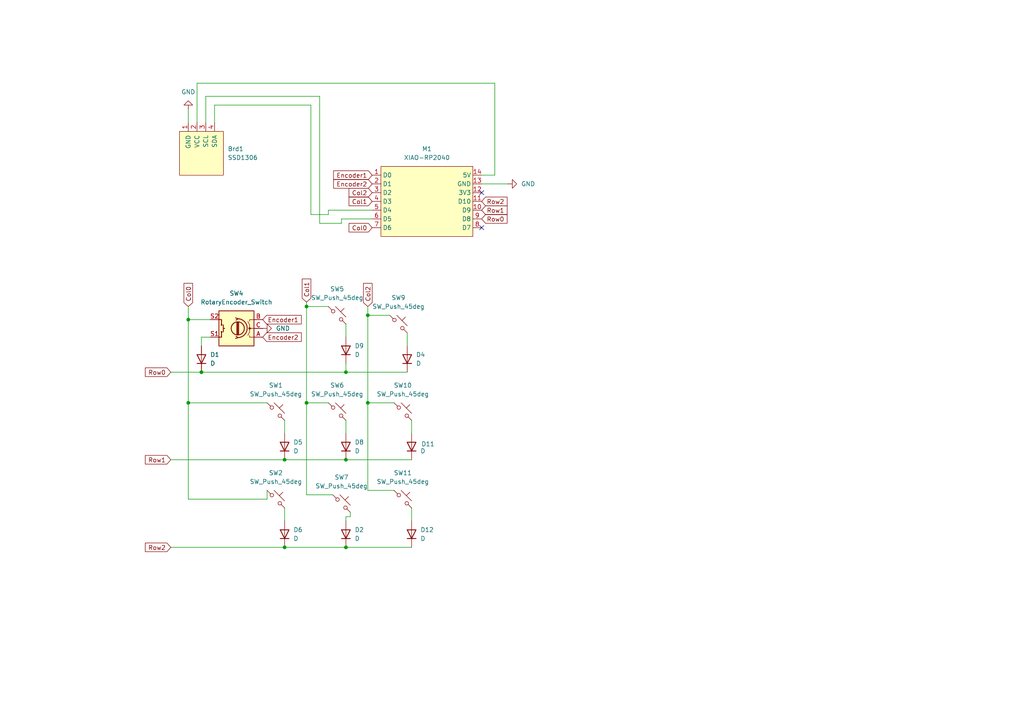
<source format=kicad_sch>
(kicad_sch (version 20231120) (generator "eeschema") (generator_version "8.0")
  (paper "A4")
  (lib_symbols
    (symbol "CustomParts:SSD1306" (pin_names (offset 1.016))
      (property "Reference" "Brd" (at 0 -3.81 0))
      (property "Value" "SSD1306" (at 0 -1.27 0))
      (symbol "SSD1306_0_1"
        (rectangle (start -6.35 6.35) (end 6.35 -6.35) (fill (type background)))
      )
      (symbol "SSD1306_1_1"
        (pin input line (at -3.81 8.89 270) (length 2.54) (name "GND") (number "1"))
        (pin input line (at -1.27 8.89 270) (length 2.54) (name "VCC") (number "2"))
        (pin input line (at 1.27 8.89 270) (length 2.54) (name "SCL") (number "3"))
        (pin input line (at 3.81 8.89 270) (length 2.54) (name "SDA") (number "4"))
      )
    )
    (symbol "CustomParts:XIAO-RP2040"
      (property "Reference" "M" (at 0 0 0))
      (property "Value" "XIAO-RP2040" (at 0 2.54 0))
      (symbol "XIAO-RP2040_0_1"
        (rectangle (start -12.7 10.16) (end 13.97 -10.16) (fill (type background)))
      )
      (symbol "XIAO-RP2040_1_1"
        (pin bidirectional line (at -15.24 7.62 0) (length 2.54) (name "D0") (number "1"))
        (pin bidirectional line (at 16.51 -2.54 180) (length 2.54) (name "D9") (number "10"))
        (pin bidirectional line (at 16.51 0 180) (length 2.54) (name "D10") (number "11"))
        (pin unspecified line (at 16.51 2.54 180) (length 2.54) (name "3V3") (number "12"))
        (pin unspecified line (at 16.51 5.08 180) (length 2.54) (name "GND") (number "13"))
        (pin unspecified line (at 16.51 7.62 180) (length 2.54) (name "5V") (number "14"))
        (pin bidirectional line (at -15.24 5.08 0) (length 2.54) (name "D1") (number "2"))
        (pin bidirectional line (at -15.24 2.54 0) (length 2.54) (name "D2") (number "3"))
        (pin bidirectional line (at -15.24 0 0) (length 2.54) (name "D3") (number "4"))
        (pin bidirectional line (at -15.24 -2.54 0) (length 2.54) (name "D4") (number "5"))
        (pin bidirectional line (at -15.24 -5.08 0) (length 2.54) (name "D5") (number "6"))
        (pin bidirectional line (at -15.24 -7.62 0) (length 2.54) (name "D6") (number "7"))
        (pin bidirectional line (at 16.51 -7.62 180) (length 2.54) (name "D7") (number "8"))
        (pin bidirectional line (at 16.51 -5.08 180) (length 2.54) (name "D8") (number "9"))
      )
    )
    (symbol "D_1" (pin_numbers hide) (pin_names (offset 1.016) hide)
      (property "Reference" "D6" (at 1.2701 -2.54 90))
      (property "Value" "D" (at -1.2699 -2.54 90))
      (symbol "D_1_0_1"
        (polyline (pts (xy -1.27 1.27) (xy -1.27 -1.27)) (stroke (width 0.254)))
        (polyline (pts (xy 1.27 0) (xy -1.27 0)))
        (polyline (pts (xy 1.27 1.27) (xy 1.27 -1.27) (xy -1.27 0) (xy 1.27 1.27)) (stroke (width 0.254)))
      )
      (symbol "D_1_1_1"
        (pin passive line (at -3.81 0 0) (length 2.54) (name "K") (number "1"))
        (pin passive line (at 3.81 0 180) (length 2.54) (name "A") (number "2"))
      )
    )
    (symbol "Device:D" (pin_numbers hide) (pin_names (offset 1.016) hide)
      (property "Reference" "D" (at 0 2.54 0))
      (property "Value" "D" (at 0 -2.54 0))
      (symbol "D_0_1"
        (polyline (pts (xy -1.27 1.27) (xy -1.27 -1.27)) (stroke (width 0.254)))
        (polyline (pts (xy 1.27 0) (xy -1.27 0)))
        (polyline (pts (xy 1.27 1.27) (xy 1.27 -1.27) (xy -1.27 0) (xy 1.27 1.27)) (stroke (width 0.254)))
      )
      (symbol "D_1_1"
        (pin passive line (at -3.81 0 0) (length 2.54) (name "K") (number "1"))
        (pin passive line (at 3.81 0 180) (length 2.54) (name "A") (number "2"))
      )
    )
    (symbol "Device:RotaryEncoder_Switch" (pin_names (offset 0.254) hide)
      (property "Reference" "SW" (at 0 6.604 0))
      (property "Value" "RotaryEncoder_Switch" (at 0 -6.604 0))
      (symbol "RotaryEncoder_Switch_0_1"
        (rectangle (start -5.08 5.08) (end 5.08 -5.08) (stroke (width 0.254)) (fill (type background)))
        (circle (center -3.81 0) (radius 0.254) (fill (type outline)))
        (circle (center -0.381 0) (radius 1.905) (stroke (width 0.254)))
        (arc (start -0.381 2.667) (mid -3.0988 -0.0635) (end -0.381 -2.794) (stroke (width 0.254)))
        (polyline (pts (xy -0.635 -1.778) (xy -0.635 1.778)) (stroke (width 0.254)))
        (polyline (pts (xy -0.381 -1.778) (xy -0.381 1.778)) (stroke (width 0.254)))
        (polyline (pts (xy -0.127 1.778) (xy -0.127 -1.778)) (stroke (width 0.254)))
        (polyline (pts (xy 3.81 0) (xy 3.429 0)) (stroke (width 0.254)))
        (polyline (pts (xy 3.81 1.016) (xy 3.81 -1.016)) (stroke (width 0.254)))
        (polyline (pts (xy -5.08 -2.54) (xy -3.81 -2.54) (xy -3.81 -2.032)))
        (polyline (pts (xy -5.08 2.54) (xy -3.81 2.54) (xy -3.81 2.032)))
        (polyline (pts (xy 0.254 -3.048) (xy -0.508 -2.794) (xy 0.127 -2.413)) (stroke (width 0.254)))
        (polyline (pts (xy 0.254 2.921) (xy -0.508 2.667) (xy 0.127 2.286)) (stroke (width 0.254)))
        (polyline (pts (xy 5.08 -2.54) (xy 4.318 -2.54) (xy 4.318 -1.016)) (stroke (width 0.254)))
        (polyline (pts (xy 5.08 2.54) (xy 4.318 2.54) (xy 4.318 1.016)) (stroke (width 0.254)))
        (polyline (pts (xy -5.08 0) (xy -3.81 0) (xy -3.81 -1.016) (xy -3.302 -2.032)))
        (polyline (pts (xy -4.318 0) (xy -3.81 0) (xy -3.81 1.016) (xy -3.302 2.032)))
        (circle (center 4.318 -1.016) (radius 0.127) (stroke (width 0.254)))
        (circle (center 4.318 1.016) (radius 0.127) (stroke (width 0.254)))
      )
      (symbol "RotaryEncoder_Switch_1_1"
        (pin passive line (at -7.62 2.54 0) (length 2.54) (name "A") (number "A"))
        (pin passive line (at -7.62 -2.54 0) (length 2.54) (name "B") (number "B"))
        (pin passive line (at -7.62 0 0) (length 2.54) (name "C") (number "C"))
        (pin passive line (at 7.62 2.54 180) (length 2.54) (name "S1") (number "S1"))
        (pin passive line (at 7.62 -2.54 180) (length 2.54) (name "S2") (number "S2"))
      )
    )
    (symbol "Switch:SW_Push_45deg" (pin_numbers hide) (pin_names (offset 1.016) hide)
      (property "Reference" "SW" (at 3.048 1.016 0))
      (property "Value" "SW_Push_45deg" (at 0 -3.81 0))
      (symbol "SW_Push_45deg_0_1"
        (circle (center -1.1684 1.1684) (radius 0.508))
        (polyline (pts (xy -0.508 2.54) (xy 2.54 -0.508)))
        (polyline (pts (xy 1.016 1.016) (xy 2.032 2.032)))
        (polyline (pts (xy -2.54 2.54) (xy -1.524 1.524) (xy -1.524 1.524)))
        (polyline (pts (xy 1.524 -1.524) (xy 2.54 -2.54) (xy 2.54 -2.54) (xy 2.54 -2.54)))
        (circle (center 1.143 -1.1938) (radius 0.508))
        (pin passive line (at -2.54 2.54 0) (length 0) (name "1") (number "1"))
        (pin passive line (at 2.54 -2.54 180) (length 0) (name "2") (number "2"))
      )
    )
    (symbol "power:GND" (power) (pin_numbers hide) (pin_names (offset 0) hide)
      (property "Value" "GND" (at 0 -3.81 0))
      (symbol "GND_0_1"
        (polyline (pts (xy 0 0) (xy 0 -1.27) (xy 1.27 -1.27) (xy 0 -2.54) (xy -1.27 -1.27) (xy 0 -1.27)))
      )
      (symbol "GND_1_1"
        (pin power_in line (at 0 0 270) (length 0) (name "~") (number "1"))
      )
    )
  )
  (junction (at 82.55 133.35))
  (junction (at 106.68 116.84))
  (junction (at 100.33 133.35))
  (junction (at 82.55 158.75))
  (junction (at 54.61 92.71))
  (junction (at 54.61 116.84))
  (junction (at 88.9 88.9))
  (junction (at 100.33 107.95))
  (junction (at 88.9 116.84))
  (junction (at 100.33 158.75))
  (junction (at 58.42 107.95))
  (junction (at 106.68 91.44))
  (no_connect (at 139.7 55.88))
  (no_connect (at 139.7 66.04))
  (wire (pts (xy 99.06 63.5) (xy 107.95 63.5)))
  (wire (pts (xy 119.38 133.35) (xy 100.33 133.35)))
  (wire (pts (xy 100.33 121.92) (xy 100.33 125.73)))
  (wire (pts (xy 143.51 50.8) (xy 139.7 50.8)))
  (wire (pts (xy 82.55 121.92) (xy 82.55 125.73)))
  (wire (pts (xy 100.33 158.75) (xy 119.38 158.75)))
  (wire (pts (xy 54.61 92.71) (xy 54.61 116.84)))
  (wire (pts (xy 139.7 53.34) (xy 147.32 53.34)))
  (wire (pts (xy 54.61 116.84) (xy 54.61 144.78)))
  (wire (pts (xy 88.9 116.84) (xy 88.9 143.51)))
  (wire (pts (xy 49.53 107.95) (xy 58.42 107.95)))
  (wire (pts (xy 58.42 97.79) (xy 58.42 100.33)))
  (wire (pts (xy 58.42 107.95) (xy 100.33 107.95)))
  (wire (pts (xy 88.9 88.9) (xy 88.9 116.84)))
  (wire (pts (xy 100.33 107.95) (xy 118.11 107.95)))
  (wire (pts (xy 100.33 149.86) (xy 101.6 149.86)))
  (wire (pts (xy 49.53 133.35) (xy 82.55 133.35)))
  (wire (pts (xy 106.68 88.9) (xy 106.68 91.44)))
  (wire (pts (xy 54.61 116.84) (xy 77.47 116.84)))
  (wire (pts (xy 92.71 64.77) (xy 99.06 64.77)))
  (wire (pts (xy 95.25 60.96) (xy 107.95 60.96)))
  (wire (pts (xy 119.38 147.32) (xy 119.38 151.13)))
  (wire (pts (xy 100.33 149.86) (xy 100.33 151.13)))
  (wire (pts (xy 118.11 96.52) (xy 118.11 100.33)))
  (wire (pts (xy 96.52 143.51) (xy 88.9 143.51)))
  (wire (pts (xy 99.06 64.77) (xy 99.06 63.5)))
  (wire (pts (xy 60.96 97.79) (xy 58.42 97.79)))
  (wire (pts (xy 106.68 116.84) (xy 106.68 142.24)))
  (wire (pts (xy 143.51 24.13) (xy 57.15 24.13)))
  (wire (pts (xy 59.69 27.94) (xy 59.69 35.56)))
  (wire (pts (xy 88.9 116.84) (xy 95.25 116.84)))
  (wire (pts (xy 57.15 24.13) (xy 57.15 35.56)))
  (wire (pts (xy 88.9 87.63) (xy 88.9 88.9)))
  (wire (pts (xy 90.17 30.48) (xy 62.23 30.48)))
  (wire (pts (xy 82.55 158.75) (xy 100.33 158.75)))
  (wire (pts (xy 106.68 142.24) (xy 114.3 142.24)))
  (wire (pts (xy 90.17 62.23) (xy 90.17 30.48)))
  (wire (pts (xy 106.68 116.84) (xy 114.3 116.84)))
  (wire (pts (xy 62.23 30.48) (xy 62.23 35.56)))
  (wire (pts (xy 92.71 64.77) (xy 92.71 27.94)))
  (wire (pts (xy 101.6 149.86) (xy 101.6 148.59)))
  (wire (pts (xy 100.33 97.79) (xy 100.33 93.98)))
  (wire (pts (xy 90.17 62.23) (xy 95.25 62.23)))
  (wire (pts (xy 49.53 158.75) (xy 82.55 158.75)))
  (wire (pts (xy 100.33 105.41) (xy 100.33 107.95)))
  (wire (pts (xy 77.47 144.78) (xy 77.47 142.24)))
  (wire (pts (xy 54.61 31.75) (xy 54.61 35.56)))
  (wire (pts (xy 106.68 91.44) (xy 106.68 116.84)))
  (wire (pts (xy 54.61 92.71) (xy 60.96 92.71)))
  (wire (pts (xy 54.61 88.9) (xy 54.61 92.71)))
  (wire (pts (xy 106.68 91.44) (xy 113.03 91.44)))
  (wire (pts (xy 100.33 133.35) (xy 82.55 133.35)))
  (wire (pts (xy 82.55 147.32) (xy 82.55 151.13)))
  (wire (pts (xy 95.25 62.23) (xy 95.25 60.96)))
  (wire (pts (xy 54.61 144.78) (xy 77.47 144.78)))
  (wire (pts (xy 119.38 121.92) (xy 119.38 125.73)))
  (wire (pts (xy 143.51 24.13) (xy 143.51 50.8)))
  (wire (pts (xy 95.25 88.9) (xy 88.9 88.9)))
  (wire (pts (xy 92.71 27.94) (xy 59.69 27.94)))
  (global_label "Encoder2" (shape input) (at 107.95 53.34 180) (property "Intersheetrefs" "${INTERSHEET_REFS}" (effects (hide yes))))
  (global_label "Col2" (shape input) (at 107.95 55.88 180) (property "Intersheetrefs" "${INTERSHEET_REFS}" (effects (hide yes))))
  (global_label "Encoder1" (shape input) (at 107.95 50.8 180) (property "Intersheetrefs" "${INTERSHEET_REFS}" (effects (hide yes))))
  (global_label "Encoder2" (shape input) (at 76.2 97.79 0) (property "Intersheetrefs" "${INTERSHEET_REFS}" (effects (hide yes))))
  (global_label "Row1" (shape input) (at 49.53 133.35 180) (property "Intersheetrefs" "${INTERSHEET_REFS}" (effects (hide yes))))
  (global_label "Row0" (shape input) (at 49.53 107.95 180) (property "Intersheetrefs" "${INTERSHEET_REFS}" (effects (hide yes))))
  (global_label "Row2" (shape input) (at 139.7 58.42 0) (property "Intersheetrefs" "${INTERSHEET_REFS}" (effects (hide yes))))
  (global_label "Col2" (shape input) (at 106.68 88.9 90) (property "Intersheetrefs" "${INTERSHEET_REFS}" (effects (hide yes))))
  (global_label "Col0" (shape input) (at 54.61 88.9 90) (property "Intersheetrefs" "${INTERSHEET_REFS}" (effects (hide yes))))
  (global_label "Row0" (shape input) (at 139.7 63.5 0) (property "Intersheetrefs" "${INTERSHEET_REFS}" (effects (hide yes))))
  (global_label "Row2" (shape input) (at 49.53 158.75 180) (property "Intersheetrefs" "${INTERSHEET_REFS}" (effects (hide yes))))
  (global_label "Col0" (shape input) (at 107.95 66.04 180) (property "Intersheetrefs" "${INTERSHEET_REFS}" (effects (hide yes))))
  (global_label "Col1" (shape input) (at 107.95 58.42 180) (property "Intersheetrefs" "${INTERSHEET_REFS}" (effects (hide yes))))
  (global_label "Row1" (shape input) (at 139.7 60.96 0) (property "Intersheetrefs" "${INTERSHEET_REFS}" (effects (hide yes))))
  (global_label "Col1" (shape input) (at 88.9 87.63 90) (property "Intersheetrefs" "${INTERSHEET_REFS}" (effects (hide yes))))
  (global_label "Encoder1" (shape input) (at 76.2 92.71 0) (property "Intersheetrefs" "${INTERSHEET_REFS}" (effects (hide yes))))
  (symbol (lib_id "power:GND") (at 147.32 53.34 90) (unit 1)
    (property "Reference" "#PWR04" (effects (hide yes)))
    (property "Value" "GND" (at 151.13 53.3399 90) (effects (justify right)))
    (property "Description" "Power symbol creates a global label with name \"GND\" , ground" (effects (hide yes)))
  )
  (symbol (lib_id "Device:RotaryEncoder_Switch") (at 68.58 95.25 180) (unit 1)
    (property "Reference" "SW4" (at 68.58 85.09 0))
    (property "Value" "RotaryEncoder_Switch" (at 68.58 87.63 0))
    (property "Footprint" "Rotary_Encoder:RotaryEncoder_Alps_EC11E-Switch_Vertical_H20mm" (effects (hide yes)))
    (property "Description" "Rotary encoder, dual channel, incremental quadrate outputs, with switch" (effects (hide yes)))
  )
  (symbol (lib_id "power:GND") (at 54.61 31.75 180) (unit 1)
    (property "Reference" "#PWR01" (effects (hide yes)))
    (property "Value" "GND" (at 54.61 26.67 0))
    (property "Description" "Power symbol creates a global label with name \"GND\" , ground" (effects (hide yes)))
  )
  (symbol (lib_id "Device:D") (at 118.11 104.14 90) (unit 1)
    (property "Reference" "D4" (at 120.65 102.8699 90) (effects (justify right)))
    (property "Value" "D" (at 120.65 105.4099 90) (effects (justify right)))
    (property "Footprint" "CustomParts:1N4148" (effects (hide yes)))
    (property "Description" "Diode" (effects (hide yes)))
    (property "Sim.Device" "D" (effects (hide yes)))
    (property "Sim.Pins" "1=K 2=A" (effects (hide yes)))
  )
  (symbol (lib_id "Device:D") (at 82.55 129.54 90) (unit 1)
    (property "Reference" "D5" (at 85.09 128.2699 90) (effects (justify right)))
    (property "Value" "D" (at 85.09 130.8099 90) (effects (justify right)))
    (property "Footprint" "CustomParts:1N4148" (effects (hide yes)))
    (property "Description" "Diode" (effects (hide yes)))
    (property "Sim.Device" "D" (effects (hide yes)))
    (property "Sim.Pins" "1=K 2=A" (effects (hide yes)))
  )
  (symbol (lib_id "Switch:SW_Push_45deg") (at 80.01 119.38 0) (unit 1)
    (property "Reference" "SW1" (at 80.01 111.76 0))
    (property "Value" "SW_Push_45deg" (at 80.01 114.3 0))
    (property "Footprint" "CustomParts:MX-Solderable-1U" (effects (hide yes)))
    (property "Description" "Push button switch, normally open, two pins, 45° tilted" (effects (hide yes)))
  )
  (symbol (lib_id "Switch:SW_Push_45deg") (at 116.84 119.38 0) (unit 1)
    (property "Reference" "SW10" (at 116.84 111.76 0))
    (property "Value" "SW_Push_45deg" (at 116.84 114.3 0))
    (property "Footprint" "CustomParts:MX-Solderable-1U" (effects (hide yes)))
    (property "Description" "Push button switch, normally open, two pins, 45° tilted" (effects (hide yes)))
  )
  (symbol (lib_id "Switch:SW_Push_45deg") (at 99.06 146.05 0) (unit 1)
    (property "Reference" "SW7" (at 99.06 138.43 0))
    (property "Value" "SW_Push_45deg" (at 99.06 140.97 0))
    (property "Footprint" "CustomParts:MX-Solderable-1U" (effects (hide yes)))
    (property "Description" "Push button switch, normally open, two pins, 45° tilted" (effects (hide yes)))
  )
  (symbol (lib_id "Device:D") (at 100.33 129.54 90) (unit 1)
    (property "Reference" "D8" (at 102.87 128.2699 90) (effects (justify right)))
    (property "Value" "D" (at 102.87 130.8099 90) (effects (justify right)))
    (property "Footprint" "CustomParts:1N4148" (effects (hide yes)))
    (property "Description" "Diode" (effects (hide yes)))
    (property "Sim.Device" "D" (effects (hide yes)))
    (property "Sim.Pins" "1=K 2=A" (effects (hide yes)))
  )
  (symbol (lib_id "power:GND") (at 76.2 95.25 90) (unit 1)
    (property "Reference" "#PWR03" (effects (hide yes)))
    (property "Value" "GND" (at 80.01 95.2499 90) (effects (justify right)))
    (property "Description" "Power symbol creates a global label with name \"GND\" , ground" (effects (hide yes)))
  )
  (symbol (lib_id "Device:D") (at 100.33 101.6 90) (unit 1)
    (property "Reference" "D9" (at 102.87 100.3299 90) (effects (justify right)))
    (property "Value" "D" (at 102.87 102.8699 90) (effects (justify right)))
    (property "Footprint" "CustomParts:1N4148" (effects (hide yes)))
    (property "Description" "Diode" (effects (hide yes)))
    (property "Sim.Device" "D" (effects (hide yes)))
    (property "Sim.Pins" "1=K 2=A" (effects (hide yes)))
  )
  (symbol (lib_id "Switch:SW_Push_45deg") (at 115.57 93.98 0) (unit 1)
    (property "Reference" "SW9" (at 115.57 86.36 0))
    (property "Value" "SW_Push_45deg" (at 115.57 88.9 0))
    (property "Footprint" "CustomParts:MX-Solderable-1U" (effects (hide yes)))
    (property "Description" "Push button switch, normally open, two pins, 45° tilted" (effects (hide yes)))
  )
  (symbol (lib_id "Device:D") (at 119.38 154.94 90) (unit 1)
    (property "Reference" "D12" (at 121.92 153.6699 90) (effects (justify right)))
    (property "Value" "D" (at 121.92 156.2099 90) (effects (justify right)))
    (property "Footprint" "CustomParts:1N4148" (effects (hide yes)))
    (property "Description" "Diode" (effects (hide yes)))
    (property "Sim.Device" "D" (effects (hide yes)))
    (property "Sim.Pins" "1=K 2=A" (effects (hide yes)))
  )
  (symbol (lib_id "Switch:SW_Push_45deg") (at 80.01 144.78 0) (unit 1)
    (property "Reference" "SW2" (at 80.01 137.16 0))
    (property "Value" "SW_Push_45deg" (at 80.01 139.7 0))
    (property "Footprint" "CustomParts:MX-Solderable-1U" (effects (hide yes)))
    (property "Description" "Push button switch, normally open, two pins, 45° tilted" (effects (hide yes)))
  )
  (symbol (lib_id "Device:D") (at 100.33 154.94 90) (unit 1)
    (property "Reference" "D2" (at 102.87 153.6699 90) (effects (justify right)))
    (property "Value" "D" (at 102.87 156.2099 90) (effects (justify right)))
    (property "Footprint" "CustomParts:1N4148" (effects (hide yes)))
    (property "Description" "Diode" (effects (hide yes)))
    (property "Sim.Device" "D" (effects (hide yes)))
    (property "Sim.Pins" "1=K 2=A" (effects (hide yes)))
  )
  (symbol (lib_id "Device:D") (at 119.38 129.54 90) (unit 1)
    (property "Reference" "D11" (at 122.174 128.778 90) (effects (justify right)))
    (property "Value" "D" (at 121.92 130.8099 90) (effects (justify right)))
    (property "Footprint" "CustomParts:1N4148" (effects (hide yes)))
    (property "Description" "Diode" (effects (hide yes)))
    (property "Sim.Device" "D" (effects (hide yes)))
    (property "Sim.Pins" "1=K 2=A" (effects (hide yes)))
  )
  (symbol (lib_id "Device:D") (at 58.42 104.14 90) (unit 1)
    (property "Reference" "D1" (at 60.96 102.8699 90) (effects (justify right)))
    (property "Value" "D" (at 60.96 105.4099 90) (effects (justify right)))
    (property "Footprint" "CustomParts:1N4148" (effects (hide yes)))
    (property "Description" "Diode" (effects (hide yes)))
    (property "Sim.Device" "D" (effects (hide yes)))
    (property "Sim.Pins" "1=K 2=A" (effects (hide yes)))
  )
  (symbol (lib_id "CustomParts:SSD1306") (at 58.42 44.45 0) (unit 1)
    (property "Reference" "Brd1" (at 66.04 43.1799 0) (effects (justify left)))
    (property "Value" "SSD1306" (at 66.04 45.7199 0) (effects (justify left)))
    (property "Footprint" "CustomParts:SSD1306-0.91-OLED-4pin-128x32" (effects (hide yes)))
  )
  (symbol (lib_id "Switch:SW_Push_45deg") (at 97.79 91.44 0) (unit 1)
    (property "Reference" "SW5" (at 97.79 83.82 0))
    (property "Value" "SW_Push_45deg" (at 97.79 86.36 0))
    (property "Footprint" "CustomParts:MX-Solderable-1U" (effects (hide yes)))
    (property "Description" "Push button switch, normally open, two pins, 45° tilted" (effects (hide yes)))
  )
  (symbol (lib_id "CustomParts:XIAO-RP2040") (at 123.19 58.42 0) (unit 1)
    (property "Reference" "M1" (at 123.825 43.18 0))
    (property "Value" "XIAO-RP2040" (at 123.825 45.72 0))
    (property "Footprint" "CustomParts:XIAO-RP2040" (effects (hide yes)))
  )
  (symbol (lib_id "Switch:SW_Push_45deg") (at 116.84 144.78 0) (unit 1)
    (property "Reference" "SW11" (at 116.84 137.16 0))
    (property "Value" "SW_Push_45deg" (at 116.84 139.7 0))
    (property "Footprint" "CustomParts:MX-Solderable-1U" (effects (hide yes)))
    (property "Description" "Push button switch, normally open, two pins, 45° tilted" (effects (hide yes)))
  )
  (symbol (lib_id "Switch:SW_Push_45deg") (at 97.79 119.38 0) (unit 1)
    (property "Reference" "SW6" (at 97.79 111.76 0))
    (property "Value" "SW_Push_45deg" (at 97.79 114.3 0))
    (property "Footprint" "CustomParts:MX-Solderable-1U" (effects (hide yes)))
    (property "Description" "Push button switch, normally open, two pins, 45° tilted" (effects (hide yes)))
  )
  (symbol (lib_name "D_1") (lib_id "Device:D") (at 82.55 154.94 90) (unit 1)
    (property "Reference" "D6" (at 85.09 153.6699 90) (effects (justify right)))
    (property "Value" "D" (at 85.09 156.2099 90) (effects (justify right)))
    (property "Footprint" "CustomParts:1N4148" (effects (hide yes)))
    (property "Description" "Diode" (effects (hide yes)))
    (property "Sim.Device" "D" (effects (hide yes)))
    (property "Sim.Pins" "1=K 2=A" (effects (hide yes)))
  )
)
</source>
